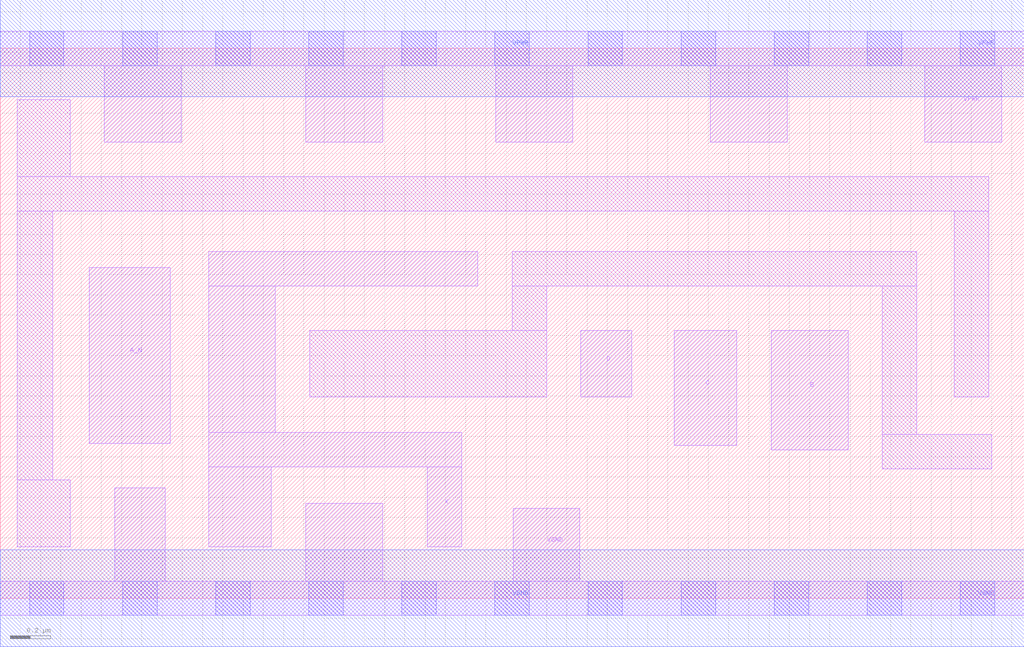
<source format=lef>
# Copyright 2020 The SkyWater PDK Authors
#
# Licensed under the Apache License, Version 2.0 (the "License");
# you may not use this file except in compliance with the License.
# You may obtain a copy of the License at
#
#     https://www.apache.org/licenses/LICENSE-2.0
#
# Unless required by applicable law or agreed to in writing, software
# distributed under the License is distributed on an "AS IS" BASIS,
# WITHOUT WARRANTIES OR CONDITIONS OF ANY KIND, either express or implied.
# See the License for the specific language governing permissions and
# limitations under the License.
#
# SPDX-License-Identifier: Apache-2.0

VERSION 5.7 ;
  NAMESCASESENSITIVE ON ;
  NOWIREEXTENSIONATPIN ON ;
  DIVIDERCHAR "/" ;
  BUSBITCHARS "[]" ;
UNITS
  DATABASE MICRONS 200 ;
END UNITS
PROPERTYDEFINITIONS
  MACRO maskLayoutSubType STRING ;
  MACRO prCellType STRING ;
  MACRO originalViewName STRING ;
END PROPERTYDEFINITIONS
MACRO sky130_fd_sc_hdll__and4b_4
  CLASS CORE ;
  FOREIGN sky130_fd_sc_hdll__and4b_4 ;
  ORIGIN  0.000000  0.000000 ;
  SIZE  5.060000 BY  2.720000 ;
  SYMMETRY X Y R90 ;
  SITE unithd ;
  PIN A_N
    ANTENNAGATEAREA  0.138600 ;
    DIRECTION INPUT ;
    USE SIGNAL ;
    PORT
      LAYER li1 ;
        RECT 0.440000 0.765000 0.840000 1.635000 ;
    END
  END A_N
  PIN B
    ANTENNAGATEAREA  0.277500 ;
    DIRECTION INPUT ;
    USE SIGNAL ;
    PORT
      LAYER li1 ;
        RECT 3.810000 0.735000 4.190000 1.325000 ;
    END
  END B
  PIN C
    ANTENNAGATEAREA  0.277500 ;
    DIRECTION INPUT ;
    USE SIGNAL ;
    PORT
      LAYER li1 ;
        RECT 3.330000 0.755000 3.640000 1.325000 ;
    END
  END C
  PIN D
    ANTENNAGATEAREA  0.277500 ;
    DIRECTION INPUT ;
    USE SIGNAL ;
    PORT
      LAYER li1 ;
        RECT 2.870000 0.995000 3.120000 1.325000 ;
    END
  END D
  PIN X
    ANTENNADIFFAREA  0.996000 ;
    DIRECTION OUTPUT ;
    USE SIGNAL ;
    PORT
      LAYER li1 ;
        RECT 1.030000 0.255000 1.340000 0.650000 ;
        RECT 1.030000 0.650000 2.280000 0.820000 ;
        RECT 1.030000 0.820000 1.360000 1.545000 ;
        RECT 1.030000 1.545000 2.360000 1.715000 ;
        RECT 2.110000 0.255000 2.280000 0.650000 ;
    END
  END X
  PIN VGND
    DIRECTION INOUT ;
    USE GROUND ;
    PORT
      LAYER li1 ;
        RECT 0.000000 -0.085000 5.060000 0.085000 ;
        RECT 0.565000  0.085000 0.815000 0.545000 ;
        RECT 1.510000  0.085000 1.890000 0.470000 ;
        RECT 2.535000  0.085000 2.865000 0.445000 ;
      LAYER mcon ;
        RECT 0.145000 -0.085000 0.315000 0.085000 ;
        RECT 0.605000 -0.085000 0.775000 0.085000 ;
        RECT 1.065000 -0.085000 1.235000 0.085000 ;
        RECT 1.525000 -0.085000 1.695000 0.085000 ;
        RECT 1.985000 -0.085000 2.155000 0.085000 ;
        RECT 2.445000 -0.085000 2.615000 0.085000 ;
        RECT 2.905000 -0.085000 3.075000 0.085000 ;
        RECT 3.365000 -0.085000 3.535000 0.085000 ;
        RECT 3.825000 -0.085000 3.995000 0.085000 ;
        RECT 4.285000 -0.085000 4.455000 0.085000 ;
        RECT 4.745000 -0.085000 4.915000 0.085000 ;
      LAYER met1 ;
        RECT 0.000000 -0.240000 5.060000 0.240000 ;
    END
  END VGND
  PIN VPWR
    DIRECTION INOUT ;
    USE POWER ;
    PORT
      LAYER li1 ;
        RECT 0.000000 2.635000 5.060000 2.805000 ;
        RECT 0.515000 2.255000 0.895000 2.635000 ;
        RECT 1.510000 2.255000 1.890000 2.635000 ;
        RECT 2.450000 2.255000 2.830000 2.635000 ;
        RECT 3.510000 2.255000 3.890000 2.635000 ;
        RECT 4.570000 2.255000 4.950000 2.635000 ;
      LAYER mcon ;
        RECT 0.145000 2.635000 0.315000 2.805000 ;
        RECT 0.605000 2.635000 0.775000 2.805000 ;
        RECT 1.065000 2.635000 1.235000 2.805000 ;
        RECT 1.525000 2.635000 1.695000 2.805000 ;
        RECT 1.985000 2.635000 2.155000 2.805000 ;
        RECT 2.445000 2.635000 2.615000 2.805000 ;
        RECT 2.905000 2.635000 3.075000 2.805000 ;
        RECT 3.365000 2.635000 3.535000 2.805000 ;
        RECT 3.825000 2.635000 3.995000 2.805000 ;
        RECT 4.285000 2.635000 4.455000 2.805000 ;
        RECT 4.745000 2.635000 4.915000 2.805000 ;
      LAYER met1 ;
        RECT 0.000000 2.480000 5.060000 2.960000 ;
    END
  END VPWR
  OBS
    LAYER li1 ;
      RECT 0.085000 0.255000 0.345000 0.585000 ;
      RECT 0.085000 0.585000 0.260000 1.915000 ;
      RECT 0.085000 1.915000 4.885000 2.085000 ;
      RECT 0.085000 2.085000 0.345000 2.465000 ;
      RECT 1.530000 0.995000 2.700000 1.325000 ;
      RECT 2.530000 1.325000 2.700000 1.545000 ;
      RECT 2.530000 1.545000 4.530000 1.715000 ;
      RECT 4.360000 0.640000 4.900000 0.810000 ;
      RECT 4.360000 0.810000 4.530000 1.545000 ;
      RECT 4.715000 0.995000 4.885000 1.915000 ;
  END
  PROPERTY maskLayoutSubType "abstract" ;
  PROPERTY prCellType "standard" ;
  PROPERTY originalViewName "layout" ;
END sky130_fd_sc_hdll__and4b_4

</source>
